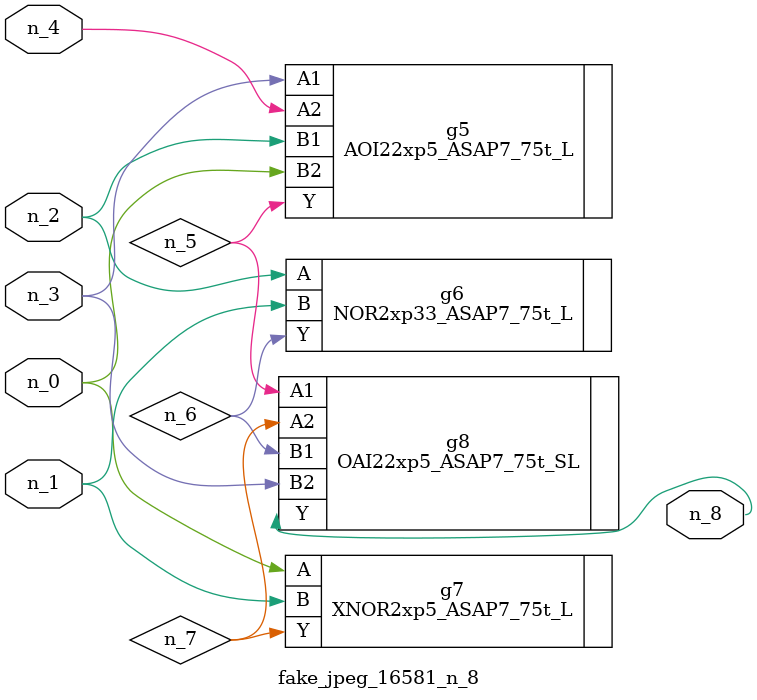
<source format=v>
module fake_jpeg_16581_n_8 (n_3, n_2, n_1, n_0, n_4, n_8);

input n_3;
input n_2;
input n_1;
input n_0;
input n_4;

output n_8;

wire n_6;
wire n_5;
wire n_7;

AOI22xp5_ASAP7_75t_L g5 ( 
.A1(n_3),
.A2(n_4),
.B1(n_2),
.B2(n_0),
.Y(n_5)
);

NOR2xp33_ASAP7_75t_L g6 ( 
.A(n_2),
.B(n_1),
.Y(n_6)
);

XNOR2xp5_ASAP7_75t_L g7 ( 
.A(n_0),
.B(n_1),
.Y(n_7)
);

OAI22xp5_ASAP7_75t_SL g8 ( 
.A1(n_5),
.A2(n_7),
.B1(n_6),
.B2(n_3),
.Y(n_8)
);


endmodule
</source>
